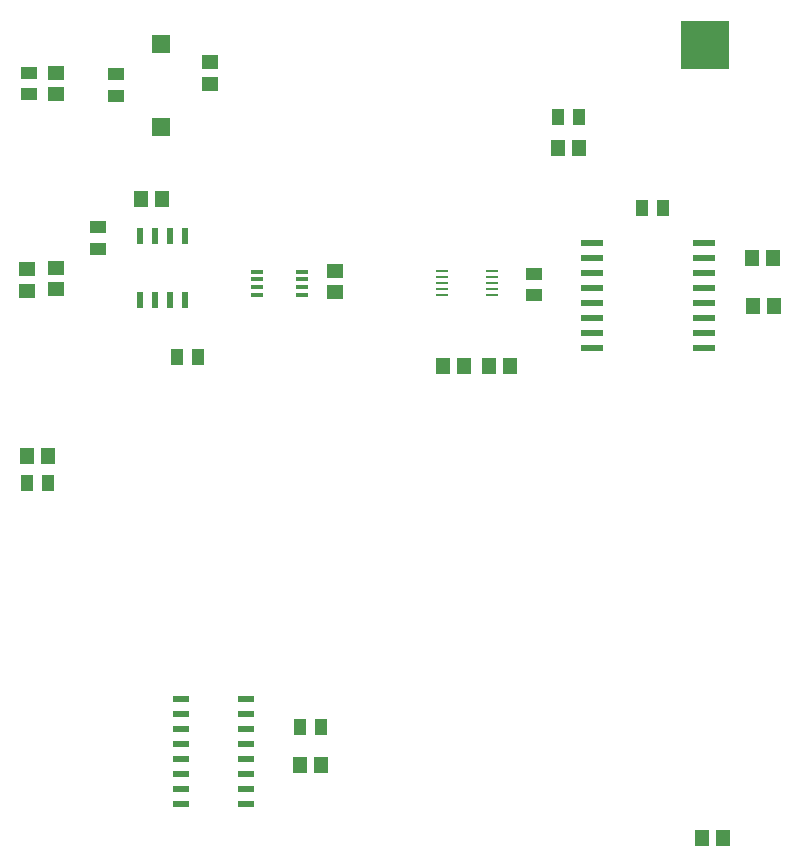
<source format=gtp>
%FSTAX25Y25*%
%MOIN*%
%SFA1B1*%

%IPPOS*%
%ADD18R,0.074000X0.021000*%
%ADD19R,0.044000X0.057000*%
%ADD20R,0.047240X0.055120*%
%ADD21R,0.159840X0.159840*%
%ADD22R,0.041500X0.014000*%
%ADD23R,0.057000X0.044000*%
%ADD24R,0.055120X0.047240*%
%ADD25R,0.022000X0.057500*%
%ADD26O,0.045280X0.009840*%
%ADD27R,0.057500X0.022000*%
%ADD28R,0.062990X0.062990*%
%LNmulti-sensor_datalogger-1*%
%LPD*%
G54D18*
X028385Y0257D03*
Y0252D03*
Y0247D03*
Y0242D03*
Y0237D03*
Y0232D03*
Y0227D03*
Y0222D03*
X032115D03*
Y0227D03*
Y0232D03*
Y0237D03*
Y0242D03*
Y0247D03*
Y0252D03*
Y0257D03*
G54D19*
X030755Y02685D03*
X030045D03*
X027245Y0299D03*
X027955D03*
X010255Y0177D03*
X009545D03*
X014545Y0219D03*
X015255D03*
X019355Y00955D03*
X018645D03*
G54D20*
X0344043Y0252D03*
X0336957D03*
X0327543Y00585D03*
X0320457D03*
X0344543Y0236D03*
X0337457D03*
X0279543Y02885D03*
X0272457D03*
X0233957Y0216D03*
X0241043D03*
X0249457D03*
X0256543D03*
X0140543Y02715D03*
X0133457D03*
X0102543Y0186D03*
X0095457D03*
X0186457Y0083D03*
X0193543D03*
G54D21*
X03215Y0323D03*
G54D22*
X0171925Y0247339D03*
Y024478D03*
Y024222D03*
Y0239661D03*
X0187075D03*
Y024222D03*
Y024478D03*
Y0247339D03*
G54D23*
X0119Y026205D03*
Y025495D03*
X0125Y030595D03*
Y031305D03*
X02645Y023945D03*
Y024655D03*
X0096Y030645D03*
Y031355D03*
G54D24*
X00955Y0248043D03*
Y0240957D03*
X0105Y0248543D03*
Y0241457D03*
X0198Y0247543D03*
Y0240457D03*
X0105Y0306457D03*
Y0313543D03*
X01565Y0309957D03*
Y0317043D03*
G54D25*
X0148Y0259225D03*
X0143D03*
X0138D03*
X0133D03*
Y0237775D03*
X0138D03*
X0143D03*
X0148D03*
G54D26*
X0250366Y0247437D03*
Y0245469D03*
Y02435D03*
Y0241532D03*
Y0239563D03*
X0233634D03*
Y0241532D03*
Y02435D03*
Y0245469D03*
Y0247437D03*
G54D27*
X0168225Y0105D03*
Y01D03*
Y0095D03*
Y009D03*
Y0085D03*
Y008D03*
Y0075D03*
Y007D03*
X0146775D03*
Y0075D03*
Y008D03*
Y0085D03*
Y009D03*
Y0095D03*
Y01D03*
Y0105D03*
G54D28*
X014Y0295484D03*
Y0323043D03*
M02*
</source>
